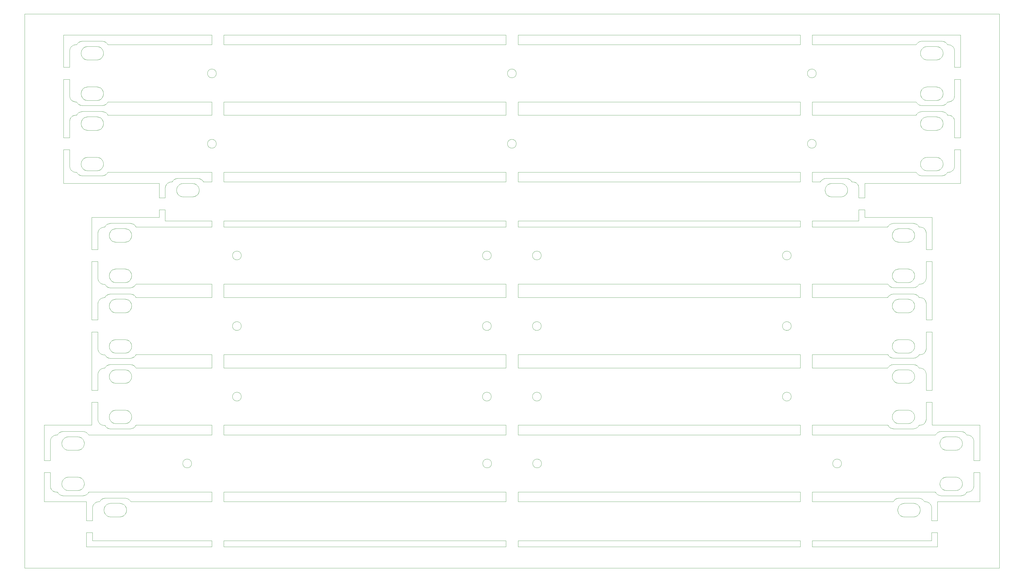
<source format=gbr>
G04 #@! TF.GenerationSoftware,KiCad,Pcbnew,(5.1.0-0)*
G04 #@! TF.CreationDate,2019-05-14T21:28:48-07:00*
G04 #@! TF.ProjectId,InsidePanel,496e7369-6465-4506-916e-656c2e6b6963,rev?*
G04 #@! TF.SameCoordinates,Original*
G04 #@! TF.FileFunction,Profile,NP*
%FSLAX46Y46*%
G04 Gerber Fmt 4.6, Leading zero omitted, Abs format (unit mm)*
G04 Created by KiCad (PCBNEW (5.1.0-0)) date 2019-05-14 21:28:48*
%MOMM*%
%LPD*%
G04 APERTURE LIST*
%ADD10C,0.100000*%
G04 APERTURE END LIST*
D10*
X382904993Y-55948615D02*
X57904994Y-55948615D01*
X57904994Y-240948615D02*
X382904993Y-240948615D01*
X57904994Y-55948615D02*
X57904994Y-240948615D01*
X382904993Y-240948615D02*
X382904993Y-55948615D01*
X121845839Y-75831888D02*
G75*
G03X121845839Y-75831888I-1473200J0D01*
G01*
X121845839Y-99315888D02*
G75*
G03X121845839Y-99315888I-1473200J0D01*
G01*
X321845799Y-75831888D02*
G75*
G03X321845799Y-75831888I-1473200J0D01*
G01*
X221845839Y-75831888D02*
G75*
G03X221845839Y-75831888I-1473200J0D01*
G01*
X321845799Y-99315888D02*
G75*
G03X321845799Y-99315888I-1473200J0D01*
G01*
X221845839Y-99315888D02*
G75*
G03X221845839Y-99315888I-1473200J0D01*
G01*
X130179539Y-136618662D02*
G75*
G03X130179539Y-136618662I-1473200J0D01*
G01*
X213512539Y-136618662D02*
G75*
G03X213512539Y-136618662I-1473200J0D01*
G01*
X230179139Y-136618662D02*
G75*
G03X230179139Y-136618662I-1473200J0D01*
G01*
X313512139Y-136618662D02*
G75*
G03X313512139Y-136618662I-1473200J0D01*
G01*
X130179539Y-160173662D02*
G75*
G03X130179539Y-160173662I-1473200J0D01*
G01*
X213512539Y-160173662D02*
G75*
G03X213512539Y-160173662I-1473200J0D01*
G01*
X230179139Y-160173662D02*
G75*
G03X230179139Y-160173662I-1473200J0D01*
G01*
X313512139Y-160173662D02*
G75*
G03X313512139Y-160173662I-1473200J0D01*
G01*
X345852784Y-169981140D02*
X346346681Y-170475038D01*
X345711664Y-169698922D02*
X345852784Y-169981140D01*
X320513740Y-169698922D02*
X345711664Y-169698922D01*
X320513740Y-174168374D02*
X320513740Y-169698922D01*
X345676373Y-174168374D02*
X320513740Y-174168374D01*
X352379172Y-174732831D02*
X353084728Y-174838660D01*
X349380561Y-174732831D02*
X352379172Y-174732831D01*
X348675006Y-174838660D02*
X349380561Y-174732831D01*
X345817493Y-173886156D02*
X345676373Y-174168374D01*
X346311390Y-173392258D02*
X345817493Y-173886156D01*
X346946386Y-173074771D02*
X346311390Y-173392258D01*
X124331529Y-125057978D02*
X218405007Y-125057978D01*
X124331529Y-127058889D02*
X124331529Y-125057978D01*
X218405007Y-127058889D02*
X124331529Y-127058889D01*
X218405007Y-125057978D02*
X218405007Y-127058889D01*
X124331529Y-108805611D02*
X218405007Y-108805611D01*
X124331529Y-112005200D02*
X124331529Y-108805611D01*
X368977363Y-201497713D02*
X368271807Y-201603542D01*
X369612358Y-201180205D02*
X368977363Y-201497713D01*
X370106256Y-200686329D02*
X369612358Y-201180205D01*
X370423764Y-200051333D02*
X370106256Y-200686329D01*
X370529593Y-199345778D02*
X370423764Y-200051333D01*
X370423764Y-198640222D02*
X370529593Y-199345778D01*
X370106256Y-198005226D02*
X370423764Y-198640222D01*
X369612358Y-197511329D02*
X370106256Y-198005226D01*
X368977363Y-197193842D02*
X369612358Y-197511329D01*
X368271807Y-197088013D02*
X368977363Y-197193842D01*
X365273196Y-197088013D02*
X368271807Y-197088013D01*
X364567640Y-197193842D02*
X365273196Y-197088013D01*
X363932645Y-197511329D02*
X364567640Y-197193842D01*
X363438747Y-198005226D02*
X363932645Y-197511329D01*
X363121239Y-198640222D02*
X363438747Y-198005226D01*
X363015410Y-199345778D02*
X363121239Y-198640222D01*
X354531130Y-189761156D02*
X354636959Y-190466711D01*
X78958739Y-90284799D02*
X81957350Y-90284799D01*
X78253183Y-90390628D02*
X78958739Y-90284799D01*
X77618187Y-90708137D02*
X78253183Y-90390628D01*
X77124290Y-91202012D02*
X77618187Y-90708137D01*
X76806803Y-91837008D02*
X77124290Y-91202012D01*
X76700952Y-92542564D02*
X76806803Y-91837008D01*
X84109307Y-105348393D02*
X84215136Y-106053948D01*
X83791798Y-104713397D02*
X84109307Y-105348393D01*
X83297901Y-104219521D02*
X83791798Y-104713397D01*
X82662905Y-103902012D02*
X83297901Y-104219521D01*
X81957350Y-103796183D02*
X82662905Y-103902012D01*
X78958739Y-103796183D02*
X81957350Y-103796183D01*
X78253183Y-103902012D02*
X78958739Y-103796183D01*
X77618187Y-104219521D02*
X78253183Y-103902012D01*
X67317072Y-215220778D02*
X67881529Y-215502995D01*
X66858465Y-214762171D02*
X67317072Y-215220778D01*
X66576247Y-214197735D02*
X66858465Y-214762171D01*
X66470418Y-213562739D02*
X66576247Y-214197735D01*
X66470418Y-209088831D02*
X66470418Y-213562739D01*
X64470411Y-209088831D02*
X66470418Y-209088831D01*
X64470411Y-205088816D02*
X64470411Y-193253665D01*
X66470418Y-205088816D02*
X64470411Y-205088816D01*
X66470418Y-198569684D02*
X66470418Y-205088816D01*
X66576247Y-197934688D02*
X66470418Y-198569684D01*
X66858465Y-197370231D02*
X66576247Y-197934688D01*
X67317072Y-196911624D02*
X66858465Y-197370231D01*
X67881529Y-196629406D02*
X67317072Y-196911624D01*
X68516525Y-196523577D02*
X67881529Y-196629406D01*
X68834012Y-196523577D02*
X68516525Y-196523577D01*
X68975132Y-196241359D02*
X68834012Y-196523577D01*
X69469029Y-195747483D02*
X68975132Y-196241359D01*
X70104025Y-195429974D02*
X69469029Y-195747483D01*
X70809581Y-195324145D02*
X70104025Y-195429974D01*
X77265410Y-195324145D02*
X70809581Y-195324145D01*
X77970965Y-195429974D02*
X77265410Y-195324145D01*
X78605961Y-195747483D02*
X77970965Y-195429974D01*
X79099858Y-196241359D02*
X78605961Y-195747483D01*
X79240957Y-196523577D02*
X79099858Y-196241359D01*
X120331536Y-196523577D02*
X79240957Y-196523577D01*
X120331536Y-193253665D02*
X120331536Y-196523577D01*
X95027784Y-193253665D02*
X120331536Y-193253665D01*
X94886664Y-193535882D02*
X95027784Y-193253665D01*
X94392788Y-194029780D02*
X94886664Y-193535882D01*
X93757771Y-194347267D02*
X94392788Y-194029780D01*
X93122775Y-194523677D02*
X93757771Y-194347267D01*
X86666946Y-194523677D02*
X93122775Y-194523677D01*
X85961390Y-194417827D02*
X86666946Y-194523677D01*
X85326395Y-194100340D02*
X85961390Y-194417827D01*
X84832497Y-193606442D02*
X85326395Y-194100340D01*
X84691377Y-193324224D02*
X84832497Y-193606442D01*
X84373890Y-193324224D02*
X84691377Y-193324224D01*
X83738895Y-193218395D02*
X84373890Y-193324224D01*
X83174437Y-192936177D02*
X83738895Y-193218395D01*
X82715831Y-192477549D02*
X83174437Y-192936177D01*
X82433613Y-191913113D02*
X82715831Y-192477549D01*
X82327784Y-191278118D02*
X82433613Y-191913113D01*
X82327784Y-185604820D02*
X82327784Y-191278118D01*
X80327776Y-185604820D02*
X82327784Y-185604820D01*
X80327776Y-193253665D02*
X80327776Y-185604820D01*
X64470411Y-193253665D02*
X80327776Y-193253665D01*
X70890971Y-112534367D02*
X70890971Y-101262897D01*
X102799725Y-112534367D02*
X70890971Y-112534367D01*
X102799725Y-117319454D02*
X102799725Y-112534367D01*
X104799732Y-117319454D02*
X102799725Y-117319454D01*
X104799732Y-114051328D02*
X104799732Y-117319454D01*
X104905561Y-113416311D02*
X104799732Y-114051328D01*
X105152510Y-112887144D02*
X104905561Y-113416311D01*
X105611117Y-112428538D02*
X105152510Y-112887144D01*
X106175553Y-112146320D02*
X105611117Y-112428538D01*
X106810548Y-112040491D02*
X106175553Y-112146320D01*
X107128057Y-112040491D02*
X106810548Y-112040491D01*
X107269177Y-111722982D02*
X107128057Y-112040491D01*
X107763053Y-111229106D02*
X107269177Y-111722982D01*
X108398048Y-110911598D02*
X107763053Y-111229106D01*
X109103604Y-110805769D02*
X108398048Y-110911598D01*
X115524164Y-110805769D02*
X109103604Y-110805769D01*
X116229719Y-110911598D02*
X115524164Y-110805769D01*
X116864715Y-111229106D02*
X116229719Y-110911598D01*
X117358613Y-111722982D02*
X116864715Y-111229106D01*
X117499732Y-112005200D02*
X117358613Y-111722982D01*
X120331536Y-112005200D02*
X117499732Y-112005200D01*
X120331536Y-108805611D02*
X120331536Y-112005200D01*
X85661516Y-108805611D02*
X120331536Y-108805611D01*
X85520418Y-109087829D02*
X85661516Y-108805611D01*
X85026521Y-109581726D02*
X85520418Y-109087829D01*
X84391525Y-109899213D02*
X85026521Y-109581726D01*
X83685969Y-110005042D02*
X84391525Y-109899213D01*
X77230119Y-110005042D02*
X83685969Y-110005042D01*
X76524563Y-109899213D02*
X77230119Y-110005042D01*
X75889568Y-109581726D02*
X76524563Y-109899213D01*
X75395692Y-109087829D02*
X75889568Y-109581726D01*
X75254572Y-108805611D02*
X75395692Y-109087829D01*
X74937063Y-108805611D02*
X75254572Y-108805611D01*
X74302068Y-108699782D02*
X74937063Y-108805611D01*
X73737632Y-108417564D02*
X74302068Y-108699782D01*
X354213621Y-189126160D02*
X354531130Y-189761156D01*
X353719724Y-188632284D02*
X354213621Y-189126160D01*
X353084728Y-188314776D02*
X353719724Y-188632284D01*
X352379172Y-188208947D02*
X353084728Y-188314776D01*
X349380561Y-188208947D02*
X352379172Y-188208947D01*
X348675006Y-188314776D02*
X349380561Y-188208947D01*
X348040010Y-188632284D02*
X348675006Y-188314776D01*
X347546113Y-189126160D02*
X348040010Y-188632284D01*
X347228604Y-189761156D02*
X347546113Y-189126160D01*
X347122775Y-190466711D02*
X347228604Y-189761156D01*
X347228604Y-191172267D02*
X347122775Y-190466711D01*
X347546113Y-191807284D02*
X347228604Y-191172267D01*
X348040010Y-192301160D02*
X347546113Y-191807284D01*
X348675006Y-192618669D02*
X348040010Y-192301160D01*
X349380561Y-192724498D02*
X348675006Y-192618669D01*
X352379172Y-192724498D02*
X349380561Y-192724498D01*
X94886664Y-146426398D02*
X95027784Y-146144180D01*
X94392788Y-146920295D02*
X94886664Y-146426398D01*
X93757771Y-147237782D02*
X94392788Y-146920295D01*
X93122775Y-147414193D02*
X93757771Y-147237782D01*
X86666946Y-147414193D02*
X93122775Y-147414193D01*
X85961390Y-147308364D02*
X86666946Y-147414193D01*
X85326395Y-146990855D02*
X85961390Y-147308364D01*
X84832497Y-146496979D02*
X85326395Y-146990855D01*
X84691377Y-146214740D02*
X84832497Y-146496979D01*
X84373890Y-146214740D02*
X84691377Y-146214740D01*
X83738895Y-146108911D02*
X84373890Y-146214740D01*
X83174437Y-145826693D02*
X83738895Y-146108911D01*
X82715831Y-145368086D02*
X83174437Y-145826693D01*
X82433613Y-144803629D02*
X82715831Y-145368086D01*
X82327784Y-144168633D02*
X82433613Y-144803629D01*
X82327784Y-138636822D02*
X82327784Y-144168633D01*
X104799732Y-125057978D02*
X120331536Y-125057978D01*
X104799732Y-121319446D02*
X104799732Y-125057978D01*
X102799725Y-121319446D02*
X104799732Y-121319446D01*
X102799725Y-123849481D02*
X102799725Y-121319446D01*
X80327776Y-123849481D02*
X102799725Y-123849481D01*
X80327776Y-134636829D02*
X80327776Y-123849481D01*
X82327784Y-134636829D02*
X80327776Y-134636829D01*
X82327784Y-129175577D02*
X82327784Y-134636829D01*
X222405000Y-193253665D02*
X316513748Y-193253665D01*
X222405000Y-196523577D02*
X222405000Y-193253665D01*
X316513748Y-218807466D02*
X222405000Y-218807466D01*
X316513748Y-174168374D02*
X222405000Y-174168374D01*
X316513748Y-169698922D02*
X316513748Y-174168374D01*
X222405000Y-169698922D02*
X316513748Y-169698922D01*
X222405000Y-174168374D02*
X222405000Y-169698922D01*
X316513748Y-196523577D02*
X222405000Y-196523577D01*
X316513748Y-193253665D02*
X316513748Y-196523577D01*
X316513748Y-215608825D02*
X316513748Y-218807466D01*
X222405000Y-215608825D02*
X316513748Y-215608825D01*
X222405000Y-218807466D02*
X222405000Y-215608825D01*
X124331529Y-193253665D02*
X218405007Y-193253665D01*
X124331529Y-196523577D02*
X124331529Y-193253665D01*
X218405007Y-196523577D02*
X124331529Y-196523577D01*
X218405007Y-193253665D02*
X218405007Y-196523577D01*
X93510822Y-176285040D02*
X93616672Y-176990596D01*
X93193335Y-175650045D02*
X93510822Y-176285040D01*
X82433613Y-128540582D02*
X82327784Y-129175577D01*
X82715831Y-127976124D02*
X82433613Y-128540582D01*
X83174437Y-127517518D02*
X82715831Y-127976124D01*
X83738895Y-127235300D02*
X83174437Y-127517518D01*
X84338600Y-127058889D02*
X83738895Y-127235300D01*
X362521512Y-71210403D02*
X361815957Y-71316232D01*
X363156508Y-70892895D02*
X362521512Y-71210403D01*
X363650405Y-70399019D02*
X363156508Y-70892895D01*
X363967914Y-69764023D02*
X363650405Y-70399019D01*
X364073743Y-69058467D02*
X363967914Y-69764023D01*
X363967914Y-68352912D02*
X364073743Y-69058467D01*
X363650405Y-67717916D02*
X363967914Y-68352912D01*
X363156508Y-67224019D02*
X363650405Y-67717916D01*
X362521512Y-66906532D02*
X363156508Y-67224019D01*
X361815957Y-66800703D02*
X362521512Y-66906532D01*
X358817345Y-66800703D02*
X361815957Y-66800703D01*
X358111790Y-66906532D02*
X358817345Y-66800703D01*
X357476794Y-67224019D02*
X358111790Y-66906532D01*
X356982897Y-67717916D02*
X357476794Y-67224019D01*
X356665388Y-68352912D02*
X356982897Y-67717916D01*
X356559559Y-69058467D02*
X356665388Y-68352912D01*
X369919036Y-97262883D02*
X367919029Y-97262883D01*
X369919036Y-77778887D02*
X369919036Y-97262883D01*
X367919029Y-77778887D02*
X369919036Y-77778887D01*
X367919029Y-83275408D02*
X367919029Y-77778887D01*
X367813200Y-83910403D02*
X367919029Y-83275408D01*
X367530982Y-84474861D02*
X367813200Y-83910403D01*
X367072376Y-84933467D02*
X367530982Y-84474861D01*
X366507940Y-85215685D02*
X367072376Y-84933467D01*
X365872944Y-85321514D02*
X366507940Y-85215685D01*
X365555435Y-85321514D02*
X365872944Y-85321514D01*
X365414316Y-85603732D02*
X365555435Y-85321514D01*
X364920418Y-86097608D02*
X365414316Y-85603732D01*
X364285422Y-86415117D02*
X364920418Y-86097608D01*
X363579867Y-86520946D02*
X364285422Y-86415117D01*
X357124038Y-86520946D02*
X363579867Y-86520946D01*
X356418482Y-86415117D02*
X357124038Y-86520946D01*
X355783487Y-86097608D02*
X356418482Y-86415117D01*
X355289589Y-85603732D02*
X355783487Y-86097608D01*
X355148469Y-85321514D02*
X355289589Y-85603732D01*
X320513740Y-85321514D02*
X355148469Y-85321514D01*
X320513740Y-89720363D02*
X320513740Y-85321514D01*
X355148469Y-89720363D02*
X320513740Y-89720363D01*
X355289589Y-89438145D02*
X355148469Y-89720363D01*
X355783487Y-88944269D02*
X355289589Y-89438145D01*
X356418482Y-88626761D02*
X355783487Y-88944269D01*
X357124038Y-88520932D02*
X356418482Y-88626761D01*
X363579867Y-88520932D02*
X357124038Y-88520932D01*
X364285422Y-88626761D02*
X363579867Y-88520932D01*
X364920418Y-88944269D02*
X364285422Y-88626761D01*
X365414316Y-89438145D02*
X364920418Y-88944269D01*
X365555435Y-89720363D02*
X365414316Y-89438145D01*
X365872944Y-89720363D02*
X365555435Y-89720363D01*
X366507940Y-89826192D02*
X365872944Y-89720363D01*
X367072376Y-90108410D02*
X366507940Y-89826192D01*
X367530982Y-90567017D02*
X367072376Y-90108410D01*
X367813200Y-91131474D02*
X367530982Y-90567017D01*
X367919029Y-91766470D02*
X367813200Y-91131474D01*
X367919029Y-97262883D02*
X367919029Y-91766470D01*
X369919036Y-112534367D02*
X338010261Y-112534367D01*
X369919036Y-101262897D02*
X369919036Y-112534367D01*
X367919029Y-101262897D02*
X369919036Y-101262897D01*
X367919029Y-106759525D02*
X367919029Y-101262897D01*
X367813200Y-107394521D02*
X367919029Y-106759525D01*
X367530982Y-107958957D02*
X367813200Y-107394521D01*
X367072376Y-108417564D02*
X367530982Y-107958957D01*
X366507940Y-108699782D02*
X367072376Y-108417564D01*
X365872944Y-108805611D02*
X366507940Y-108699782D01*
X365555435Y-108805611D02*
X365872944Y-108805611D01*
X365414316Y-109087829D02*
X365555435Y-108805611D01*
X364920418Y-109581726D02*
X365414316Y-109087829D01*
X364285422Y-109899213D02*
X364920418Y-109581726D01*
X363579867Y-110005042D02*
X364285422Y-109899213D01*
X357124038Y-110005042D02*
X363579867Y-110005042D01*
X356418482Y-109899213D02*
X357124038Y-110005042D01*
X355783487Y-109581726D02*
X356418482Y-109899213D01*
X355289589Y-109087829D02*
X355783487Y-109581726D01*
X355148469Y-108805611D02*
X355289589Y-109087829D01*
X320513740Y-108805611D02*
X355148469Y-108805611D01*
X320513740Y-112005200D02*
X320513740Y-108805611D01*
X323239715Y-112005200D02*
X320513740Y-112005200D01*
X323380835Y-111722982D02*
X323239715Y-112005200D01*
X323874732Y-111229106D02*
X323380835Y-111722982D01*
X324509728Y-110911598D02*
X323874732Y-111229106D01*
X325215284Y-110805769D02*
X324509728Y-110911598D01*
X331671113Y-110805769D02*
X325215284Y-110805769D01*
X332376668Y-110911598D02*
X331671113Y-110805769D01*
X333011664Y-111229106D02*
X332376668Y-110911598D01*
X333505561Y-111722982D02*
X333011664Y-111229106D01*
X333646681Y-112005200D02*
X333505561Y-111722982D01*
X333964190Y-112005200D02*
X333646681Y-112005200D01*
X334599185Y-112111051D02*
X333964190Y-112005200D01*
X335163621Y-112393269D02*
X334599185Y-112111051D01*
X335622228Y-112851875D02*
X335163621Y-112393269D01*
X335904446Y-113416311D02*
X335622228Y-112851875D01*
X336010275Y-114051328D02*
X335904446Y-113416311D01*
X335975006Y-114051328D02*
X336010275Y-114051328D01*
X335975006Y-117319454D02*
X335975006Y-114051328D01*
X338010261Y-117319454D02*
X335975006Y-117319454D01*
X338010261Y-112534367D02*
X338010261Y-117319454D01*
X360482209Y-134636829D02*
X358482224Y-134636829D01*
X360482209Y-123849481D02*
X360482209Y-134636829D01*
X338010261Y-123849481D02*
X360482209Y-123849481D01*
X338010261Y-121319446D02*
X338010261Y-123849481D01*
X335975006Y-121319446D02*
X338010261Y-121319446D01*
X335975006Y-125057978D02*
X335975006Y-121319446D01*
X320513740Y-125057978D02*
X335975006Y-125057978D01*
X320513740Y-127058889D02*
X320513740Y-125057978D01*
X345676373Y-127058889D02*
X320513740Y-127058889D01*
X345817493Y-126776671D02*
X345676373Y-127058889D01*
X346311390Y-126282774D02*
X345817493Y-126776671D01*
X346946386Y-125965287D02*
X346311390Y-126282774D01*
X347651942Y-125859458D02*
X346946386Y-125965287D01*
X354107771Y-125859458D02*
X347651942Y-125859458D01*
X354813326Y-125965287D02*
X354107771Y-125859458D01*
X355448322Y-126282774D02*
X354813326Y-125965287D01*
X355942219Y-126776671D02*
X355448322Y-126282774D01*
X356083339Y-127058889D02*
X355942219Y-126776671D01*
X356436138Y-127058889D02*
X356083339Y-127058889D01*
X357071134Y-127164718D02*
X356436138Y-127058889D01*
X357635570Y-127446958D02*
X357071134Y-127164718D01*
X358094177Y-127905565D02*
X357635570Y-127446958D01*
X358376395Y-128470000D02*
X358094177Y-127905565D01*
X358482224Y-129105018D02*
X358376395Y-128470000D01*
X358482224Y-134636829D02*
X358482224Y-129105018D01*
X360482209Y-158120818D02*
X358482224Y-158120818D01*
X360482209Y-138636822D02*
X360482209Y-158120818D01*
X358482224Y-138636822D02*
X360482209Y-138636822D01*
X358482224Y-144098073D02*
X358482224Y-138636822D01*
X358376395Y-144733069D02*
X358482224Y-144098073D01*
X358094177Y-145297505D02*
X358376395Y-144733069D01*
X357635570Y-145756133D02*
X358094177Y-145297505D01*
X357071134Y-146038351D02*
X357635570Y-145756133D01*
X356436138Y-146144180D02*
X357071134Y-146038351D01*
X356118630Y-146144180D02*
X356436138Y-146144180D01*
X355977510Y-146426398D02*
X356118630Y-146144180D01*
X355483613Y-146920295D02*
X355977510Y-146426398D01*
X354848617Y-147237782D02*
X355483613Y-146920295D01*
X354143061Y-147343633D02*
X354848617Y-147237782D01*
X347687232Y-147343633D02*
X354143061Y-147343633D01*
X346981677Y-147237782D02*
X347687232Y-147343633D01*
X346346681Y-146920295D02*
X346981677Y-147237782D01*
X345852784Y-146426398D02*
X346346681Y-146920295D01*
X345711664Y-146144180D02*
X345852784Y-146426398D01*
X320513740Y-146144180D02*
X345711664Y-146144180D01*
X320513740Y-150613632D02*
X320513740Y-146144180D01*
X345676373Y-150613632D02*
X320513740Y-150613632D01*
X345817493Y-150331414D02*
X345676373Y-150613632D01*
X346311390Y-149837516D02*
X345817493Y-150331414D01*
X346946386Y-149520029D02*
X346311390Y-149837516D01*
X347651942Y-149414200D02*
X346946386Y-149520029D01*
X354107771Y-149414200D02*
X347651942Y-149414200D01*
X354813326Y-149520029D02*
X354107771Y-149414200D01*
X355448322Y-149837516D02*
X354813326Y-149520029D01*
X355942219Y-150331414D02*
X355448322Y-149837516D01*
X356083339Y-150613632D02*
X355942219Y-150331414D01*
X356436138Y-150613632D02*
X356083339Y-150613632D01*
X357071134Y-150719461D02*
X356436138Y-150613632D01*
X357635570Y-151001700D02*
X357071134Y-150719461D01*
X358094177Y-151460307D02*
X357635570Y-151001700D01*
X358376395Y-152024743D02*
X358094177Y-151460307D01*
X358482224Y-152659760D02*
X358376395Y-152024743D01*
X358482224Y-158120818D02*
X358482224Y-152659760D01*
X358482224Y-176214481D02*
X358376395Y-175579485D01*
X358482224Y-181604828D02*
X358482224Y-176214481D01*
X360482209Y-181604828D02*
X358482224Y-181604828D01*
X360482209Y-162120810D02*
X360482209Y-181604828D01*
X358482224Y-162120810D02*
X360482209Y-162120810D01*
X358482224Y-167652815D02*
X358482224Y-162120810D01*
X358376395Y-168287811D02*
X358482224Y-167652815D01*
X358094177Y-168852247D02*
X358376395Y-168287811D01*
X357635570Y-169310875D02*
X358094177Y-168852247D01*
X357071134Y-169593093D02*
X357635570Y-169310875D01*
X356436138Y-169698922D02*
X357071134Y-169593093D01*
X356118630Y-169698922D02*
X356436138Y-169698922D01*
X355977510Y-169981140D02*
X356118630Y-169698922D01*
X355483613Y-170475038D02*
X355977510Y-169981140D01*
X354848617Y-170792525D02*
X355483613Y-170475038D01*
X354143061Y-170898375D02*
X354848617Y-170792525D01*
X347687232Y-170898375D02*
X354143061Y-170898375D01*
X346981677Y-170792525D02*
X347687232Y-170898375D01*
X346346681Y-170475038D02*
X346981677Y-170792525D01*
X347651942Y-172968921D02*
X346946386Y-173074771D01*
X354107771Y-172968921D02*
X347651942Y-172968921D01*
X354813326Y-173074771D02*
X354107771Y-172968921D01*
X355448322Y-173392258D02*
X354813326Y-173074771D01*
X355942219Y-173886156D02*
X355448322Y-173392258D01*
X356083339Y-174168374D02*
X355942219Y-173886156D01*
X356436138Y-174168374D02*
X356083339Y-174168374D01*
X357071134Y-174274203D02*
X356436138Y-174168374D01*
X357635570Y-174556421D02*
X357071134Y-174274203D01*
X358094177Y-175015049D02*
X357635570Y-174556421D01*
X358376395Y-175579485D02*
X358094177Y-175015049D01*
X347228604Y-177696152D02*
X347122775Y-176990596D01*
X347546113Y-178331169D02*
X347228604Y-177696152D01*
X348040010Y-178825045D02*
X347546113Y-178331169D01*
X348675006Y-179142553D02*
X348040010Y-178825045D01*
X349380561Y-179248382D02*
X348675006Y-179142553D01*
X352379172Y-179248382D02*
X349380561Y-179248382D01*
X353084728Y-179142553D02*
X352379172Y-179248382D01*
X353719724Y-178825045D02*
X353084728Y-179142553D01*
X354213621Y-178331169D02*
X353719724Y-178825045D01*
X354531130Y-177696152D02*
X354213621Y-178331169D01*
X354636959Y-176990596D02*
X354531130Y-177696152D01*
X354531130Y-176285040D02*
X354636959Y-176990596D01*
X354213621Y-175650045D02*
X354531130Y-176285040D01*
X353719724Y-175156169D02*
X354213621Y-175650045D01*
X353084728Y-174838660D02*
X353719724Y-175156169D01*
X82327784Y-181604828D02*
X80327776Y-181604828D01*
X82327784Y-176285062D02*
X82327784Y-181604828D01*
X82433613Y-175650045D02*
X82327784Y-176285062D01*
X82715831Y-175085609D02*
X82433613Y-175650045D01*
X83174437Y-174627002D02*
X82715831Y-175085609D01*
X83738895Y-174344763D02*
X83174437Y-174627002D01*
X84338600Y-174168374D02*
X83738895Y-174344763D01*
X84656108Y-174168374D02*
X84338600Y-174168374D01*
X84797228Y-173886156D02*
X84656108Y-174168374D01*
X85291104Y-173392258D02*
X84797228Y-173886156D01*
X85926100Y-173074771D02*
X85291104Y-173392258D01*
X86631655Y-172968921D02*
X85926100Y-173074771D01*
X93052215Y-172968921D02*
X86631655Y-172968921D01*
X93757771Y-173074771D02*
X93052215Y-172968921D01*
X94392766Y-173392258D02*
X93757771Y-173074771D01*
X94886664Y-173886156D02*
X94392766Y-173392258D01*
X95027784Y-174168374D02*
X94886664Y-173886156D01*
X120331536Y-174168374D02*
X95027784Y-174168374D01*
X120331536Y-169698922D02*
X120331536Y-174168374D01*
X95027784Y-169698922D02*
X120331536Y-169698922D01*
X94886664Y-169981140D02*
X95027784Y-169698922D01*
X94392788Y-170475038D02*
X94886664Y-169981140D01*
X93757771Y-170792525D02*
X94392788Y-170475038D01*
X93122775Y-170968935D02*
X93757771Y-170792525D01*
X86666946Y-170968935D02*
X93122775Y-170968935D01*
X85961390Y-170863106D02*
X86666946Y-170968935D01*
X85326395Y-170545598D02*
X85961390Y-170863106D01*
X84832497Y-170051722D02*
X85326395Y-170545598D01*
X84691377Y-169769482D02*
X84832497Y-170051722D01*
X84373890Y-169769482D02*
X84691377Y-169769482D01*
X83738895Y-169663653D02*
X84373890Y-169769482D01*
X83174437Y-169381435D02*
X83738895Y-169663653D01*
X82715831Y-168922828D02*
X83174437Y-169381435D01*
X82433613Y-168358371D02*
X82715831Y-168922828D01*
X82327784Y-167723375D02*
X82433613Y-168358371D01*
X82327784Y-162120810D02*
X82327784Y-167723375D01*
X80327776Y-138636822D02*
X82327784Y-138636822D01*
X80327776Y-158120818D02*
X80327776Y-138636822D01*
X82327784Y-158120818D02*
X80327776Y-158120818D01*
X82327784Y-152730320D02*
X82327784Y-158120818D01*
X82433613Y-152095324D02*
X82327784Y-152730320D01*
X82715831Y-151530867D02*
X82433613Y-152095324D01*
X83174437Y-151072260D02*
X82715831Y-151530867D01*
X83738895Y-150790042D02*
X83174437Y-151072260D01*
X84338600Y-150613632D02*
X83738895Y-150790042D01*
X84656108Y-150613632D02*
X84338600Y-150613632D01*
X84797228Y-150331414D02*
X84656108Y-150613632D01*
X85291104Y-149837516D02*
X84797228Y-150331414D01*
X85926100Y-149520029D02*
X85291104Y-149837516D01*
X86631655Y-149414200D02*
X85926100Y-149520029D01*
X93052215Y-149414200D02*
X86631655Y-149414200D01*
X93757771Y-149520029D02*
X93052215Y-149414200D01*
X94392766Y-149837516D02*
X93757771Y-149520029D01*
X94886664Y-150331414D02*
X94392766Y-149837516D01*
X95027784Y-150613632D02*
X94886664Y-150331414D01*
X120331536Y-150613632D02*
X95027784Y-150613632D01*
X120331536Y-146144180D02*
X120331536Y-150613632D01*
X95027784Y-146144180D02*
X120331536Y-146144180D01*
X86208339Y-177696152D02*
X86102489Y-176990596D01*
X86525826Y-178331169D02*
X86208339Y-177696152D01*
X87019724Y-178825045D02*
X86525826Y-178331169D01*
X87654719Y-179142553D02*
X87019724Y-178825045D01*
X88360275Y-179248382D02*
X87654719Y-179142553D01*
X91358886Y-179248382D02*
X88360275Y-179248382D01*
X92064442Y-179142553D02*
X91358886Y-179248382D01*
X92699437Y-178825045D02*
X92064442Y-179142553D01*
X93193335Y-178331169D02*
X92699437Y-178825045D01*
X93510822Y-177696152D02*
X93193335Y-178331169D01*
X93616672Y-176990596D02*
X93510822Y-177696152D01*
X80327776Y-162120810D02*
X82327784Y-162120810D01*
X80327776Y-181604828D02*
X80327776Y-162120810D01*
X368977363Y-214973829D02*
X368271807Y-215079658D01*
X369612358Y-214656320D02*
X368977363Y-214973829D01*
X370106256Y-214162444D02*
X369612358Y-214656320D01*
X370423764Y-213527449D02*
X370106256Y-214162444D01*
X370529593Y-212821893D02*
X370423764Y-213527449D01*
X363121239Y-200051333D02*
X363015410Y-199345778D01*
X363438747Y-200686329D02*
X363121239Y-200051333D01*
X363932645Y-201180205D02*
X363438747Y-200686329D01*
X92699437Y-175156169D02*
X93193335Y-175650045D01*
X92064442Y-174838660D02*
X92699437Y-175156169D01*
X91358886Y-174732831D02*
X92064442Y-174838660D01*
X88360275Y-174732831D02*
X91358886Y-174732831D01*
X87654719Y-174838660D02*
X88360275Y-174732831D01*
X87019724Y-175156169D02*
X87654719Y-174838660D01*
X86525826Y-175650045D02*
X87019724Y-175156169D01*
X86208339Y-176285040D02*
X86525826Y-175650045D01*
X86102489Y-176990596D02*
X86208339Y-176285040D01*
X348040010Y-175156169D02*
X348675006Y-174838660D01*
X347546113Y-175650045D02*
X348040010Y-175156169D01*
X347228604Y-176285040D02*
X347546113Y-175650045D01*
X347122775Y-176990596D02*
X347228604Y-176285040D01*
X320513740Y-231860223D02*
X360263747Y-231860223D01*
X320513740Y-233860230D02*
X320513740Y-231860223D01*
X362263733Y-233860230D02*
X320513740Y-233860230D01*
X316513748Y-233860230D02*
X222405000Y-233860230D01*
X316513748Y-231860223D02*
X316513748Y-233860230D01*
X222405000Y-231860223D02*
X316513748Y-231860223D01*
X222405000Y-233860230D02*
X222405000Y-231860223D01*
X218405007Y-233860230D02*
X124331529Y-233860230D01*
X218405007Y-231860223D02*
X218405007Y-233860230D01*
X124331529Y-231860223D02*
X218405007Y-231860223D01*
X124331529Y-233860230D02*
X124331529Y-231860223D01*
X120331536Y-233860230D02*
X78546253Y-233860230D01*
X120331536Y-231860223D02*
X120331536Y-233860230D01*
X80546260Y-231860223D02*
X120331536Y-231860223D01*
X80546260Y-229115343D02*
X80546260Y-231860223D01*
X78546253Y-229115343D02*
X80546260Y-229115343D01*
X78546253Y-233860230D02*
X78546253Y-229115343D01*
X84462085Y-222299932D02*
X84356256Y-221594376D01*
X84779593Y-222934928D02*
X84462085Y-222299932D01*
X85273491Y-223428825D02*
X84779593Y-222934928D01*
X85908487Y-223746334D02*
X85273491Y-223428825D01*
X86614042Y-223852163D02*
X85908487Y-223746334D01*
X89612653Y-223852163D02*
X86614042Y-223852163D01*
X90318209Y-223746334D02*
X89612653Y-223852163D01*
X90953205Y-223428825D02*
X90318209Y-223746334D01*
X91447102Y-222934928D02*
X90953205Y-223428825D01*
X91764589Y-222299932D02*
X91447102Y-222934928D01*
X91870440Y-221594376D02*
X91764589Y-222299932D01*
X91764589Y-220888821D02*
X91870440Y-221594376D01*
X91447102Y-220253825D02*
X91764589Y-220888821D01*
X90953205Y-219759928D02*
X91447102Y-220253825D01*
X90318209Y-219442419D02*
X90953205Y-219759928D01*
X78546253Y-225115329D02*
X78546253Y-218807466D01*
X80546260Y-225115329D02*
X78546253Y-225115329D01*
X80546260Y-220853552D02*
X80546260Y-225115329D01*
X80652089Y-220218556D02*
X80546260Y-220853552D01*
X80934307Y-219654120D02*
X80652089Y-220218556D01*
X81392935Y-219195513D02*
X80934307Y-219654120D01*
X81957371Y-218913296D02*
X81392935Y-219195513D01*
X70703752Y-198005226D02*
X71197627Y-197511329D01*
X70386243Y-198640222D02*
X70703752Y-198005226D01*
X70280414Y-199345778D02*
X70386243Y-198640222D01*
X77688747Y-212116337D02*
X77794576Y-212821893D01*
X77371239Y-211481342D02*
X77688747Y-212116337D01*
X76877363Y-210987444D02*
X77371239Y-211481342D01*
X76242345Y-210669957D02*
X76877363Y-210987444D01*
X108997775Y-116132704D02*
X108680288Y-115497709D01*
X109491672Y-116626602D02*
X108997775Y-116132704D01*
X110126668Y-116944089D02*
X109491672Y-116626602D01*
X110832224Y-117049939D02*
X110126668Y-116944089D01*
X113795566Y-117049939D02*
X110832224Y-117049939D01*
X114501121Y-116944089D02*
X113795566Y-117049939D01*
X115136117Y-116626602D02*
X114501121Y-116944089D01*
X115665284Y-116132704D02*
X115136117Y-116626602D01*
X115982771Y-115497709D02*
X115665284Y-116132704D01*
X116088621Y-114792153D02*
X115982771Y-115497709D01*
X115982771Y-114086598D02*
X116088621Y-114792153D01*
X115665284Y-113451602D02*
X115982771Y-114086598D01*
X115171386Y-112957704D02*
X115665284Y-113451602D01*
X114536390Y-112640217D02*
X115171386Y-112957704D01*
X113830835Y-112534367D02*
X114536390Y-112640217D01*
X110832224Y-112534367D02*
X113830835Y-112534367D01*
X110126668Y-112640217D02*
X110832224Y-112534367D01*
X109491672Y-112957704D02*
X110126668Y-112640217D01*
X108997775Y-113451602D02*
X109491672Y-112957704D01*
X108680288Y-114086598D02*
X108997775Y-113451602D01*
X108574437Y-114792153D02*
X108680288Y-114086598D01*
X93510822Y-189761156D02*
X93616672Y-190466711D01*
X93193335Y-189126160D02*
X93510822Y-189761156D01*
X92699437Y-188632284D02*
X93193335Y-189126160D01*
X92064442Y-188314776D02*
X92699437Y-188632284D01*
X91358886Y-188208947D02*
X92064442Y-188314776D01*
X88360275Y-188208947D02*
X91358886Y-188208947D01*
X87654719Y-188314776D02*
X88360275Y-188208947D01*
X87019724Y-188632284D02*
X87654719Y-188314776D01*
X86525826Y-189126160D02*
X87019724Y-188632284D01*
X86208339Y-189761156D02*
X86525826Y-189126160D01*
X86102489Y-190466711D02*
X86208339Y-189761156D01*
X86208339Y-191172267D02*
X86102489Y-190466711D01*
X86525826Y-191807284D02*
X86208339Y-191172267D01*
X87019724Y-192301160D02*
X86525826Y-191807284D01*
X87654719Y-192618669D02*
X87019724Y-192301160D01*
X88360275Y-192724498D02*
X87654719Y-192618669D01*
X91358886Y-192724498D02*
X88360275Y-192724498D01*
X92064442Y-192618669D02*
X91358886Y-192724498D01*
X92699437Y-192301160D02*
X92064442Y-192618669D01*
X93193335Y-191807284D02*
X92699437Y-192301160D01*
X93510822Y-191172267D02*
X93193335Y-191807284D01*
X93616672Y-190466711D02*
X93510822Y-191172267D01*
X70386243Y-200051333D02*
X70280414Y-199345778D01*
X70703752Y-200686329D02*
X70386243Y-200051333D01*
X71197627Y-201180205D02*
X70703752Y-200686329D01*
X71832623Y-201497713D02*
X71197627Y-201180205D01*
X72538179Y-201603542D02*
X71832623Y-201497713D01*
X75536790Y-201603542D02*
X72538179Y-201603542D01*
X76242345Y-201497713D02*
X75536790Y-201603542D01*
X76877363Y-201180205D02*
X76242345Y-201497713D01*
X77371239Y-200686329D02*
X76877363Y-201180205D01*
X77688747Y-200051333D02*
X77371239Y-200686329D01*
X77794576Y-199345778D02*
X77688747Y-200051333D01*
X77688747Y-198640222D02*
X77794576Y-199345778D01*
X77371239Y-198005226D02*
X77688747Y-198640222D01*
X76877363Y-197511329D02*
X77371239Y-198005226D01*
X76242345Y-197193842D02*
X76877363Y-197511329D01*
X75536790Y-197088013D02*
X76242345Y-197193842D01*
X72538179Y-197088013D02*
X75536790Y-197088013D01*
X71832623Y-197193842D02*
X72538179Y-197088013D01*
X71197627Y-197511329D02*
X71832623Y-197193842D01*
X353084728Y-192618669D02*
X352379172Y-192724498D01*
X353719724Y-192301160D02*
X353084728Y-192618669D01*
X354213621Y-191807284D02*
X353719724Y-192301160D01*
X354531130Y-191172267D02*
X354213621Y-191807284D01*
X354636959Y-190466711D02*
X354531130Y-191172267D01*
X320513740Y-63037000D02*
X369919036Y-63037000D01*
X320513740Y-66236267D02*
X320513740Y-63037000D01*
X355148469Y-66236267D02*
X320513740Y-66236267D01*
X355289589Y-65954049D02*
X355148469Y-66236267D01*
X355783487Y-65460151D02*
X355289589Y-65954049D01*
X356418482Y-65142664D02*
X355783487Y-65460151D01*
X357124038Y-65036835D02*
X356418482Y-65142664D01*
X363579867Y-65036835D02*
X357124038Y-65036835D01*
X364285422Y-65142664D02*
X363579867Y-65036835D01*
X376339575Y-209088831D02*
X376339575Y-218807466D01*
X374339589Y-209088831D02*
X376339575Y-209088831D01*
X374339589Y-213562739D02*
X374339589Y-209088831D01*
X374233760Y-214197735D02*
X374339589Y-213562739D01*
X373951542Y-214762171D02*
X374233760Y-214197735D01*
X373492935Y-215220778D02*
X373951542Y-214762171D01*
X372928500Y-215502995D02*
X373492935Y-215220778D01*
X372293504Y-215608825D02*
X372928500Y-215502995D01*
X371975995Y-215608825D02*
X372293504Y-215608825D01*
X371834876Y-215891042D02*
X371975995Y-215608825D01*
X371340978Y-216384940D02*
X371834876Y-215891042D01*
X370705982Y-216702427D02*
X371340978Y-216384940D01*
X367813200Y-67647356D02*
X367530982Y-67082921D01*
X367919029Y-68282352D02*
X367813200Y-67647356D01*
X367919029Y-73778894D02*
X367919029Y-68282352D01*
X369919036Y-73778894D02*
X367919029Y-73778894D01*
X369919036Y-63037000D02*
X369919036Y-73778894D01*
X85273491Y-219759928D02*
X85908487Y-219442419D01*
X84779593Y-220253825D02*
X85273491Y-219759928D01*
X84462085Y-220888821D02*
X84779593Y-220253825D01*
X84356256Y-221594376D02*
X84462085Y-220888821D01*
X64470411Y-218807466D02*
X64470411Y-209088831D01*
X78546253Y-218807466D02*
X64470411Y-218807466D01*
X89612653Y-219336590D02*
X90318209Y-219442419D01*
X86614042Y-219336590D02*
X89612653Y-219336590D01*
X85908487Y-219442419D02*
X86614042Y-219336590D01*
X376339575Y-193253665D02*
X376339575Y-205088816D01*
X360482209Y-193253665D02*
X376339575Y-193253665D01*
X360482209Y-185604820D02*
X360482209Y-193253665D01*
X358482224Y-185604820D02*
X360482209Y-185604820D01*
X358482224Y-191207536D02*
X358482224Y-185604820D01*
X358376395Y-191842553D02*
X358482224Y-191207536D01*
X358094177Y-192406989D02*
X358376395Y-191842553D01*
X357635570Y-192865596D02*
X358094177Y-192406989D01*
X357071134Y-193147835D02*
X357635570Y-192865596D01*
X356436138Y-193253665D02*
X357071134Y-193147835D01*
X356118630Y-193253665D02*
X356436138Y-193253665D01*
X355977510Y-193535882D02*
X356118630Y-193253665D01*
X355483613Y-194029780D02*
X355977510Y-193535882D01*
X354848617Y-194347267D02*
X355483613Y-194029780D01*
X354143061Y-194453096D02*
X354848617Y-194347267D01*
X347687232Y-194453096D02*
X354143061Y-194453096D01*
X346981677Y-194347267D02*
X347687232Y-194453096D01*
X346346681Y-194029780D02*
X346981677Y-194347267D01*
X345852784Y-193535882D02*
X346346681Y-194029780D01*
X345711664Y-193253665D02*
X345852784Y-193535882D01*
X320513740Y-193253665D02*
X345711664Y-193253665D01*
X320513740Y-196523577D02*
X320513740Y-193253665D01*
X361569029Y-196523577D02*
X320513740Y-196523577D01*
X361710149Y-196241359D02*
X361569029Y-196523577D01*
X362204047Y-195747483D02*
X361710149Y-196241359D01*
X362839042Y-195429974D02*
X362204047Y-195747483D01*
X363544598Y-195324145D02*
X362839042Y-195429974D01*
X370000427Y-195324145D02*
X363544598Y-195324145D01*
X370705982Y-195429974D02*
X370000427Y-195324145D01*
X371340978Y-195747483D02*
X370705982Y-195429974D01*
X371834876Y-196241359D02*
X371340978Y-195747483D01*
X371975995Y-196523577D02*
X371834876Y-196241359D01*
X372293504Y-196523577D02*
X371975995Y-196523577D01*
X372928500Y-196629406D02*
X372293504Y-196523577D01*
X373492935Y-196911624D02*
X372928500Y-196629406D01*
X373951542Y-197370231D02*
X373492935Y-196911624D01*
X374233760Y-197934688D02*
X373951542Y-197370231D01*
X374339589Y-198569684D02*
X374233760Y-197934688D01*
X374339589Y-205088816D02*
X374339589Y-198569684D01*
X376339575Y-205088816D02*
X374339589Y-205088816D01*
X357265136Y-218031351D02*
X356630140Y-217713842D01*
X357759034Y-218525249D02*
X357265136Y-218031351D01*
X357900153Y-218807466D02*
X357759034Y-218525249D01*
X358217662Y-218807466D02*
X357900153Y-218807466D01*
X358852658Y-218913296D02*
X358217662Y-218807466D01*
X359417093Y-219195513D02*
X358852658Y-218913296D01*
X359875700Y-219654120D02*
X359417093Y-219195513D01*
X360157918Y-220218556D02*
X359875700Y-219654120D01*
X360263747Y-220853552D02*
X360157918Y-220218556D01*
X360263747Y-225115329D02*
X360263747Y-220853552D01*
X362263733Y-225115329D02*
X360263747Y-225115329D01*
X362263733Y-218807466D02*
X362263733Y-225115329D01*
X376339575Y-218807466D02*
X362263733Y-218807466D01*
X362263733Y-229115343D02*
X362263733Y-233860230D01*
X360263747Y-229115343D02*
X362263733Y-229115343D01*
X360263747Y-231860223D02*
X360263747Y-229115343D01*
X370000427Y-216808256D02*
X370705982Y-216702427D01*
X363544598Y-216808256D02*
X370000427Y-216808256D01*
X362839042Y-216702427D02*
X363544598Y-216808256D01*
X362204047Y-216384940D02*
X362839042Y-216702427D01*
X361710149Y-215891042D02*
X362204047Y-216384940D01*
X361569029Y-215608825D02*
X361710149Y-215891042D01*
X320513740Y-215608825D02*
X361569029Y-215608825D01*
X320513740Y-218807466D02*
X320513740Y-215608825D01*
X347493187Y-218807466D02*
X320513740Y-218807466D01*
X347634307Y-218525249D02*
X347493187Y-218807466D01*
X348128205Y-218031351D02*
X347634307Y-218525249D01*
X348763200Y-217713842D02*
X348128205Y-218031351D01*
X349468756Y-217608013D02*
X348763200Y-217713842D01*
X355924585Y-217608013D02*
X349468756Y-217608013D01*
X356630140Y-217713842D02*
X355924585Y-217608013D01*
X363156508Y-84404279D02*
X362521512Y-84721788D01*
X363650405Y-83910403D02*
X363156508Y-84404279D01*
X363967914Y-83275408D02*
X363650405Y-83910403D01*
X364073743Y-82569852D02*
X363967914Y-83275408D01*
X356665388Y-69764023D02*
X356559559Y-69058467D01*
X356982897Y-70399019D02*
X356665388Y-69764023D01*
X357476794Y-70892895D02*
X356982897Y-70399019D01*
X358111790Y-71210403D02*
X357476794Y-70892895D01*
X358817345Y-71316232D02*
X358111790Y-71210403D01*
X361815957Y-71316232D02*
X358817345Y-71316232D01*
X78958739Y-66800703D02*
X81957350Y-66800703D01*
X78253183Y-66906532D02*
X78958739Y-66800703D01*
X77618187Y-67224019D02*
X78253183Y-66906532D01*
X77124290Y-67717916D02*
X77618187Y-67224019D01*
X76806803Y-68352912D02*
X77124290Y-67717916D01*
X76700952Y-69058467D02*
X76806803Y-68352912D01*
X84109307Y-81864296D02*
X84215136Y-82569852D01*
X83791798Y-81229301D02*
X84109307Y-81864296D01*
X83297901Y-80735403D02*
X83791798Y-81229301D01*
X82662905Y-80417916D02*
X83297901Y-80735403D01*
X81957350Y-80312087D02*
X82662905Y-80417916D01*
X78958739Y-80312087D02*
X81957350Y-80312087D01*
X78253183Y-80417916D02*
X78958739Y-80312087D01*
X77618187Y-80735403D02*
X78253183Y-80417916D01*
X77124290Y-81229301D02*
X77618187Y-80735403D01*
X76806803Y-81864296D02*
X77124290Y-81229301D01*
X76700952Y-82569852D02*
X76806803Y-81864296D01*
X76806803Y-83275408D02*
X76700952Y-82569852D01*
X77124290Y-83910403D02*
X76806803Y-83275408D01*
X77618187Y-84404279D02*
X77124290Y-83910403D01*
X78253183Y-84721788D02*
X77618187Y-84404279D01*
X78958739Y-84827617D02*
X78253183Y-84721788D01*
X81957350Y-84827617D02*
X78958739Y-84827617D01*
X82662905Y-84721788D02*
X81957350Y-84827617D01*
X83297901Y-84404279D02*
X82662905Y-84721788D01*
X83791798Y-83910403D02*
X83297901Y-84404279D01*
X84109307Y-83275408D02*
X83791798Y-83910403D01*
X84215136Y-82569852D02*
X84109307Y-83275408D01*
X76806803Y-93248119D02*
X76700952Y-92542564D01*
X77124290Y-93883115D02*
X76806803Y-93248119D01*
X77618187Y-94377012D02*
X77124290Y-93883115D01*
X78253183Y-94694500D02*
X77618187Y-94377012D01*
X78958739Y-94800329D02*
X78253183Y-94694500D01*
X81957350Y-94800329D02*
X78958739Y-94800329D01*
X82662905Y-94694500D02*
X81957350Y-94800329D01*
X83297901Y-94377012D02*
X82662905Y-94694500D01*
X83791798Y-93883115D02*
X83297901Y-94377012D01*
X84109307Y-93248119D02*
X83791798Y-93883115D01*
X84215136Y-92542564D02*
X84109307Y-93248119D01*
X364920418Y-65460151D02*
X364285422Y-65142664D01*
X365414316Y-65954049D02*
X364920418Y-65460151D01*
X365555435Y-66236267D02*
X365414316Y-65954049D01*
X365872944Y-66236267D02*
X365555435Y-66236267D01*
X366507940Y-66342096D02*
X365872944Y-66236267D01*
X367072376Y-66624314D02*
X366507940Y-66342096D01*
X367530982Y-67082921D02*
X367072376Y-66624314D01*
X353084728Y-164760033D02*
X353719724Y-165077542D01*
X352379172Y-164654204D02*
X353084728Y-164760033D01*
X349380561Y-164654204D02*
X352379172Y-164654204D01*
X348675006Y-164760033D02*
X349380561Y-164654204D01*
X348040010Y-165077542D02*
X348675006Y-164760033D01*
X347546113Y-165571418D02*
X348040010Y-165077542D01*
X347228604Y-166206435D02*
X347546113Y-165571418D01*
X347122775Y-166911991D02*
X347228604Y-166206435D01*
X347228604Y-167617546D02*
X347122775Y-166911991D01*
X347546113Y-168252542D02*
X347228604Y-167617546D01*
X348040010Y-168746418D02*
X347546113Y-168252542D01*
X348675006Y-169063927D02*
X348040010Y-168746418D01*
X349380561Y-169169756D02*
X348675006Y-169063927D01*
X352379172Y-169169756D02*
X349380561Y-169169756D01*
X348675006Y-155587811D02*
X348040010Y-155270303D01*
X349380561Y-155693640D02*
X348675006Y-155587811D01*
X352379172Y-155693640D02*
X349380561Y-155693640D01*
X353084728Y-155587811D02*
X352379172Y-155693640D01*
X353719724Y-155270303D02*
X353084728Y-155587811D01*
X354213621Y-154776427D02*
X353719724Y-155270303D01*
X354531130Y-154141431D02*
X354213621Y-154776427D01*
X354636959Y-153435875D02*
X354531130Y-154141431D01*
X354531130Y-152730320D02*
X354636959Y-153435875D01*
X354213621Y-152095303D02*
X354531130Y-152730320D01*
X353719724Y-151601427D02*
X354213621Y-152095303D01*
X353084728Y-151283918D02*
X353719724Y-151601427D01*
X352379172Y-151178089D02*
X353084728Y-151283918D01*
X349380561Y-151178089D02*
X352379172Y-151178089D01*
X348675006Y-151283918D02*
X349380561Y-151178089D01*
X348040010Y-151601427D02*
X348675006Y-151283918D01*
X347546113Y-152095303D02*
X348040010Y-151601427D01*
X347228604Y-152730320D02*
X347546113Y-152095303D01*
X347122775Y-153435875D02*
X347228604Y-152730320D01*
X354531130Y-142651693D02*
X354636959Y-143357248D01*
X354213621Y-142016676D02*
X354531130Y-142651693D01*
X353719724Y-141522800D02*
X354213621Y-142016676D01*
X353084728Y-141205291D02*
X353719724Y-141522800D01*
X352379172Y-141099462D02*
X353084728Y-141205291D01*
X349380561Y-141099462D02*
X352379172Y-141099462D01*
X348675006Y-141205291D02*
X349380561Y-141099462D01*
X348040010Y-141522800D02*
X348675006Y-141205291D01*
X347546113Y-142016676D02*
X348040010Y-141522800D01*
X347228604Y-142651693D02*
X347546113Y-142016676D01*
X347122775Y-143357248D02*
X347228604Y-142651693D01*
X347228604Y-144062804D02*
X347122775Y-143357248D01*
X347546113Y-144697800D02*
X347228604Y-144062804D01*
X348040010Y-145191676D02*
X347546113Y-144697800D01*
X348675006Y-145509184D02*
X348040010Y-145191676D01*
X349380561Y-145615013D02*
X348675006Y-145509184D01*
X352379172Y-145615013D02*
X349380561Y-145615013D01*
X353084728Y-145509184D02*
X352379172Y-145615013D01*
X353719724Y-145191676D02*
X353084728Y-145509184D01*
X354213621Y-144697800D02*
X353719724Y-145191676D01*
X354531130Y-144062804D02*
X354213621Y-144697800D01*
X354636959Y-143357248D02*
X354531130Y-144062804D01*
X347228604Y-130586689D02*
X347122775Y-129881133D01*
X347546113Y-131221684D02*
X347228604Y-130586689D01*
X348040010Y-131715560D02*
X347546113Y-131221684D01*
X348675006Y-132033069D02*
X348040010Y-131715560D01*
X349380561Y-132138898D02*
X348675006Y-132033069D01*
X352379172Y-132138898D02*
X349380561Y-132138898D01*
X353084728Y-132033069D02*
X352379172Y-132138898D01*
X353719724Y-131715560D02*
X353084728Y-132033069D01*
X354213621Y-131221684D02*
X353719724Y-131715560D01*
X354531130Y-130586689D02*
X354213621Y-131221684D01*
X354636959Y-129881133D02*
X354531130Y-130586689D01*
X354531130Y-129175577D02*
X354636959Y-129881133D01*
X354213621Y-128540560D02*
X354531130Y-129175577D01*
X353719724Y-128046684D02*
X354213621Y-128540560D01*
X353084728Y-127729176D02*
X353719724Y-128046684D01*
X352379172Y-127623347D02*
X353084728Y-127729176D01*
X349380561Y-127623347D02*
X352379172Y-127623347D01*
X348675006Y-127729176D02*
X349380561Y-127623347D01*
X348040010Y-128046684D02*
X348675006Y-127729176D01*
X347546113Y-128540560D02*
X348040010Y-128046684D01*
X347228604Y-129175577D02*
X347546113Y-128540560D01*
X347122775Y-129881133D02*
X347228604Y-129175577D01*
X324862484Y-115497709D02*
X324756655Y-114792153D01*
X325179993Y-116132704D02*
X324862484Y-115497709D01*
X325673890Y-116626602D02*
X325179993Y-116132704D01*
X326308886Y-116944089D02*
X325673890Y-116626602D01*
X327014442Y-117049939D02*
X326308886Y-116944089D01*
X330013053Y-117049939D02*
X327014442Y-117049939D01*
X330718608Y-116944089D02*
X330013053Y-117049939D01*
X331353604Y-116626602D02*
X330718608Y-116944089D01*
X331847502Y-116132704D02*
X331353604Y-116626602D01*
X332165010Y-115497709D02*
X331847502Y-116132704D01*
X332270839Y-114792153D02*
X332165010Y-115497709D01*
X332165010Y-114086598D02*
X332270839Y-114792153D01*
X331847502Y-113451602D02*
X332165010Y-114086598D01*
X331353604Y-112957704D02*
X331847502Y-113451602D01*
X330718608Y-112640217D02*
X331353604Y-112957704D01*
X330013053Y-112534367D02*
X330718608Y-112640217D01*
X327014442Y-112534367D02*
X330013053Y-112534367D01*
X326308886Y-112640217D02*
X327014442Y-112534367D01*
X325673890Y-112957704D02*
X326308886Y-112640217D01*
X325179993Y-113451602D02*
X325673890Y-112957704D01*
X324862484Y-114086598D02*
X325179993Y-113451602D01*
X324756655Y-114792153D02*
X324862484Y-114086598D01*
X363967914Y-105348393D02*
X364073743Y-106053948D01*
X363650405Y-104713397D02*
X363967914Y-105348393D01*
X363156508Y-104219521D02*
X363650405Y-104713397D01*
X362521512Y-103902012D02*
X363156508Y-104219521D01*
X361815957Y-103796183D02*
X362521512Y-103902012D01*
X358817345Y-103796183D02*
X361815957Y-103796183D01*
X358111790Y-103902012D02*
X358817345Y-103796183D01*
X357476794Y-104219521D02*
X358111790Y-103902012D01*
X356982897Y-104713397D02*
X357476794Y-104219521D01*
X356665388Y-105348393D02*
X356982897Y-104713397D01*
X356559559Y-106053948D02*
X356665388Y-105348393D01*
X356665388Y-106759504D02*
X356559559Y-106053948D01*
X356982897Y-107394500D02*
X356665388Y-106759504D01*
X357476794Y-107888397D02*
X356982897Y-107394500D01*
X358111790Y-108205884D02*
X357476794Y-107888397D01*
X358817345Y-108311713D02*
X358111790Y-108205884D01*
X361815957Y-108311713D02*
X358817345Y-108311713D01*
X362521512Y-108205884D02*
X361815957Y-108311713D01*
X363156508Y-107888397D02*
X362521512Y-108205884D01*
X363650405Y-107394500D02*
X363156508Y-107888397D01*
X363967914Y-106759504D02*
X363650405Y-107394500D01*
X364073743Y-106053948D02*
X363967914Y-106759504D01*
X356665388Y-93248119D02*
X356559559Y-92542564D01*
X356982897Y-93883115D02*
X356665388Y-93248119D01*
X357476794Y-94377012D02*
X356982897Y-93883115D01*
X358111790Y-94694500D02*
X357476794Y-94377012D01*
X358817345Y-94800329D02*
X358111790Y-94694500D01*
X361815957Y-94800329D02*
X358817345Y-94800329D01*
X362521512Y-94694500D02*
X361815957Y-94800329D01*
X363156508Y-94377012D02*
X362521512Y-94694500D01*
X363650405Y-93883115D02*
X363156508Y-94377012D01*
X363967914Y-93248119D02*
X363650405Y-93883115D01*
X364073743Y-92542564D02*
X363967914Y-93248119D01*
X363967914Y-91837008D02*
X364073743Y-92542564D01*
X363650405Y-91202012D02*
X363967914Y-91837008D01*
X363156508Y-90708137D02*
X363650405Y-91202012D01*
X356489042Y-221594376D02*
X356383213Y-222299932D01*
X356383213Y-220888821D02*
X356489042Y-221594376D01*
X356065705Y-220253825D02*
X356383213Y-220888821D01*
X355571807Y-219759928D02*
X356065705Y-220253825D01*
X354936811Y-219442419D02*
X355571807Y-219759928D01*
X354231256Y-219336590D02*
X354936811Y-219442419D01*
X351232645Y-219336590D02*
X354231256Y-219336590D01*
X350527089Y-219442419D02*
X351232645Y-219336590D01*
X349892093Y-219759928D02*
X350527089Y-219442419D01*
X349398196Y-220253825D02*
X349892093Y-219759928D01*
X349080687Y-220888821D02*
X349398196Y-220253825D01*
X348974858Y-221594376D02*
X349080687Y-220888821D01*
X370423764Y-212116337D02*
X370529593Y-212821893D01*
X70280414Y-212821893D02*
X70386243Y-212116337D01*
X70386243Y-213527449D02*
X70280414Y-212821893D01*
X70703752Y-214162444D02*
X70386243Y-213527449D01*
X83791798Y-67717916D02*
X84109307Y-68352912D01*
X83297901Y-67224019D02*
X83791798Y-67717916D01*
X82662905Y-66906532D02*
X83297901Y-67224019D01*
X81957350Y-66800703D02*
X82662905Y-66906532D01*
X71197627Y-214656320D02*
X70703752Y-214162444D01*
X71832623Y-214973829D02*
X71197627Y-214656320D01*
X72538179Y-215079658D02*
X71832623Y-214973829D01*
X75536790Y-215079658D02*
X72538179Y-215079658D01*
X76242345Y-214973829D02*
X75536790Y-215079658D01*
X76877363Y-214656320D02*
X76242345Y-214973829D01*
X77371239Y-214162444D02*
X76877363Y-214656320D01*
X77688747Y-213527449D02*
X77371239Y-214162444D01*
X77794576Y-212821893D02*
X77688747Y-213527449D01*
X218405007Y-218807466D02*
X124331529Y-218807466D01*
X218405007Y-215608825D02*
X218405007Y-218807466D01*
X124331529Y-215608825D02*
X218405007Y-215608825D01*
X124331529Y-218807466D02*
X124331529Y-215608825D01*
X349080687Y-222299932D02*
X348974858Y-221594376D01*
X349398196Y-222934928D02*
X349080687Y-222299932D01*
X349892093Y-223428825D02*
X349398196Y-222934928D01*
X350527089Y-223746334D02*
X349892093Y-223428825D01*
X351232645Y-223852163D02*
X350527089Y-223746334D01*
X354231256Y-223852163D02*
X351232645Y-223852163D01*
X354936811Y-223746334D02*
X354231256Y-223852163D01*
X355571807Y-223428825D02*
X354936811Y-223746334D01*
X356065705Y-222934928D02*
X355571807Y-223428825D01*
X356383213Y-222299932D02*
X356065705Y-222934928D01*
X82592367Y-218807466D02*
X81957371Y-218913296D01*
X82909876Y-218807466D02*
X82592367Y-218807466D01*
X83050974Y-218525249D02*
X82909876Y-218807466D01*
X83544871Y-218031351D02*
X83050974Y-218525249D01*
X84179867Y-217713842D02*
X83544871Y-218031351D01*
X84885422Y-217608013D02*
X84179867Y-217713842D01*
X91341252Y-217608013D02*
X84885422Y-217608013D01*
X92046807Y-217713842D02*
X91341252Y-217608013D01*
X92681824Y-218031351D02*
X92046807Y-217713842D01*
X93175700Y-218525249D02*
X92681824Y-218031351D01*
X93316820Y-218807466D02*
X93175700Y-218525249D01*
X353084728Y-169063927D02*
X352379172Y-169169756D01*
X353719724Y-168746418D02*
X353084728Y-169063927D01*
X354213621Y-168252542D02*
X353719724Y-168746418D01*
X354531130Y-167617546D02*
X354213621Y-168252542D01*
X354636959Y-166911991D02*
X354531130Y-167617546D01*
X75536790Y-210564128D02*
X76242345Y-210669957D01*
X72538179Y-210564128D02*
X75536790Y-210564128D01*
X71832623Y-210669957D02*
X72538179Y-210564128D01*
X71197627Y-210987444D02*
X71832623Y-210669957D01*
X70703752Y-211481342D02*
X71197627Y-210987444D01*
X70386243Y-212116337D02*
X70703752Y-211481342D01*
X76806803Y-106759504D02*
X76700952Y-106053948D01*
X77124290Y-107394500D02*
X76806803Y-106759504D01*
X77618187Y-107888397D02*
X77124290Y-107394500D01*
X78253183Y-108205884D02*
X77618187Y-107888397D01*
X78958739Y-108311713D02*
X78253183Y-108205884D01*
X81957350Y-108311713D02*
X78958739Y-108311713D01*
X82662905Y-108205884D02*
X81957350Y-108311713D01*
X83297901Y-107888397D02*
X82662905Y-108205884D01*
X83791798Y-107394500D02*
X83297901Y-107888397D01*
X84109307Y-106759504D02*
X83791798Y-107394500D01*
X84215136Y-106053948D02*
X84109307Y-106759504D01*
X108680288Y-115497709D02*
X108574437Y-114792153D01*
X84109307Y-91837008D02*
X84215136Y-92542564D01*
X83791798Y-91202012D02*
X84109307Y-91837008D01*
X83297901Y-90708137D02*
X83791798Y-91202012D01*
X82662905Y-90390628D02*
X83297901Y-90708137D01*
X81957350Y-90284799D02*
X82662905Y-90390628D01*
X362521512Y-90390628D02*
X363156508Y-90708137D01*
X361815957Y-90284799D02*
X362521512Y-90390628D01*
X358817345Y-90284799D02*
X361815957Y-90284799D01*
X358111790Y-90390628D02*
X358817345Y-90284799D01*
X357476794Y-90708137D02*
X358111790Y-90390628D01*
X356982897Y-91202012D02*
X357476794Y-90708137D01*
X356665388Y-91837008D02*
X356982897Y-91202012D01*
X356559559Y-92542564D02*
X356665388Y-91837008D01*
X222405000Y-85321514D02*
X316513748Y-85321514D01*
X222405000Y-89720363D02*
X222405000Y-85321514D01*
X316513748Y-89720363D02*
X222405000Y-89720363D01*
X316513748Y-85321514D02*
X316513748Y-89720363D01*
X76806803Y-69764023D02*
X76700952Y-69058467D01*
X77124290Y-70399019D02*
X76806803Y-69764023D01*
X77618187Y-70892895D02*
X77124290Y-70399019D01*
X78253183Y-71210403D02*
X77618187Y-70892895D01*
X78958739Y-71316232D02*
X78253183Y-71210403D01*
X81957350Y-71316232D02*
X78958739Y-71316232D01*
X82662905Y-71210403D02*
X81957350Y-71316232D01*
X83297901Y-70892895D02*
X82662905Y-71210403D01*
X83791798Y-70399019D02*
X83297901Y-70892895D01*
X84109307Y-69764023D02*
X83791798Y-70399019D01*
X84215136Y-69058467D02*
X84109307Y-69764023D01*
X84109307Y-68352912D02*
X84215136Y-69058467D01*
X73279025Y-107958957D02*
X73737632Y-108417564D01*
X72996786Y-107394521D02*
X73279025Y-107958957D01*
X72890957Y-106759525D02*
X72996786Y-107394521D01*
X72890957Y-101262897D02*
X72890957Y-106759525D01*
X347228604Y-154141431D02*
X347122775Y-153435875D01*
X347546113Y-154776427D02*
X347228604Y-154141431D01*
X348040010Y-155270303D02*
X347546113Y-154776427D01*
X364567640Y-201497713D02*
X363932645Y-201180205D01*
X365273196Y-201603542D02*
X364567640Y-201497713D01*
X368271807Y-201603542D02*
X365273196Y-201603542D01*
X84656108Y-127058889D02*
X84338600Y-127058889D01*
X84797228Y-126776671D02*
X84656108Y-127058889D01*
X85291104Y-126282774D02*
X84797228Y-126776671D01*
X85926100Y-125965287D02*
X85291104Y-126282774D01*
X86631655Y-125859458D02*
X85926100Y-125965287D01*
X93052215Y-125859458D02*
X86631655Y-125859458D01*
X93757771Y-125965287D02*
X93052215Y-125859458D01*
X94392766Y-126282774D02*
X93757771Y-125965287D01*
X94886664Y-126776671D02*
X94392766Y-126282774D01*
X95027784Y-127058889D02*
X94886664Y-126776671D01*
X120331536Y-127058889D02*
X95027784Y-127058889D01*
X120331536Y-125057978D02*
X120331536Y-127058889D01*
X69504298Y-216384940D02*
X70139294Y-216702427D01*
X69010401Y-215891042D02*
X69504298Y-216384940D01*
X68869303Y-215608825D02*
X69010401Y-215891042D01*
X68516525Y-215608825D02*
X68869303Y-215608825D01*
X67881529Y-215502995D02*
X68516525Y-215608825D01*
X77124290Y-104713397D02*
X77618187Y-104219521D01*
X76806803Y-105348393D02*
X77124290Y-104713397D01*
X76700952Y-106053948D02*
X76806803Y-105348393D01*
X120331536Y-218807466D02*
X93316820Y-218807466D01*
X120331536Y-215608825D02*
X120331536Y-218807466D01*
X79240978Y-215608825D02*
X120331536Y-215608825D01*
X79099858Y-215891042D02*
X79240978Y-215608825D01*
X78605961Y-216384940D02*
X79099858Y-215891042D01*
X77970965Y-216702427D02*
X78605961Y-216384940D01*
X77300679Y-216808256D02*
X77970965Y-216702427D01*
X70844850Y-216808256D02*
X77300679Y-216808256D01*
X70139294Y-216702427D02*
X70844850Y-216808256D01*
X354531130Y-166206435D02*
X354636959Y-166911991D01*
X354213621Y-165571418D02*
X354531130Y-166206435D01*
X353719724Y-165077542D02*
X354213621Y-165571418D01*
X370106256Y-211481342D02*
X370423764Y-212116337D01*
X369612358Y-210987444D02*
X370106256Y-211481342D01*
X368977363Y-210669957D02*
X369612358Y-210987444D01*
X368271807Y-210564128D02*
X368977363Y-210669957D01*
X365273196Y-210564128D02*
X368271807Y-210564128D01*
X364567640Y-210669957D02*
X365273196Y-210564128D01*
X363932645Y-210987444D02*
X364567640Y-210669957D01*
X363438747Y-211481342D02*
X363932645Y-210987444D01*
X363121239Y-212116337D02*
X363438747Y-211481342D01*
X363015410Y-212821893D02*
X363121239Y-212116337D01*
X363121239Y-213527449D02*
X363015410Y-212821893D01*
X363438747Y-214162444D02*
X363121239Y-213527449D01*
X363932645Y-214656320D02*
X363438747Y-214162444D01*
X364567640Y-214973829D02*
X363932645Y-214656320D01*
X365273196Y-215079658D02*
X364567640Y-214973829D01*
X368271807Y-215079658D02*
X365273196Y-215079658D01*
X356559559Y-82569852D02*
X356665388Y-81864296D01*
X356665388Y-83275408D02*
X356559559Y-82569852D01*
X356982897Y-83910403D02*
X356665388Y-83275408D01*
X357476794Y-84404279D02*
X356982897Y-83910403D01*
X358111790Y-84721788D02*
X357476794Y-84404279D01*
X358817345Y-84827617D02*
X358111790Y-84721788D01*
X361815957Y-84827617D02*
X358817345Y-84827617D01*
X362521512Y-84721788D02*
X361815957Y-84827617D01*
X70890971Y-101262897D02*
X72890957Y-101262897D01*
X70890971Y-97262883D02*
X70890971Y-77778887D01*
X72890957Y-97262883D02*
X70890971Y-97262883D01*
X72890957Y-91766470D02*
X72890957Y-97262883D01*
X72996786Y-91131474D02*
X72890957Y-91766470D01*
X73279025Y-90567017D02*
X72996786Y-91131474D01*
X218405007Y-112005200D02*
X124331529Y-112005200D01*
X218405007Y-108805611D02*
X218405007Y-112005200D01*
X124331529Y-85321514D02*
X218405007Y-85321514D01*
X124331529Y-89720363D02*
X124331529Y-85321514D01*
X218405007Y-89720363D02*
X124331529Y-89720363D01*
X218405007Y-85321514D02*
X218405007Y-89720363D01*
X316513748Y-112005200D02*
X222405000Y-112005200D01*
X316513748Y-108805611D02*
X316513748Y-112005200D01*
X222405000Y-108805611D02*
X316513748Y-108805611D01*
X222405000Y-112005200D02*
X222405000Y-108805611D01*
X316513748Y-127058889D02*
X222405000Y-127058889D01*
X316513748Y-125057978D02*
X316513748Y-127058889D01*
X222405000Y-125057978D02*
X316513748Y-125057978D01*
X222405000Y-127058889D02*
X222405000Y-125057978D01*
X316513748Y-150613632D02*
X222405000Y-150613632D01*
X316513748Y-146144180D02*
X316513748Y-150613632D01*
X222405000Y-146144180D02*
X316513748Y-146144180D01*
X222405000Y-150613632D02*
X222405000Y-146144180D01*
X86208339Y-130586689D02*
X86102489Y-129881133D01*
X86525826Y-131221684D02*
X86208339Y-130586689D01*
X87019724Y-131715560D02*
X86525826Y-131221684D01*
X87654719Y-132033069D02*
X87019724Y-131715560D01*
X88360275Y-132138898D02*
X87654719Y-132033069D01*
X91358886Y-132138898D02*
X88360275Y-132138898D01*
X92064442Y-132033069D02*
X91358886Y-132138898D01*
X92699437Y-131715560D02*
X92064442Y-132033069D01*
X93193335Y-131221684D02*
X92699437Y-131715560D01*
X93510822Y-130586689D02*
X93193335Y-131221684D01*
X93616672Y-129881133D02*
X93510822Y-130586689D01*
X93510822Y-129175577D02*
X93616672Y-129881133D01*
X93193335Y-128540560D02*
X93510822Y-129175577D01*
X92699437Y-128046684D02*
X93193335Y-128540560D01*
X92064442Y-127729176D02*
X92699437Y-128046684D01*
X91358886Y-127623347D02*
X92064442Y-127729176D01*
X88360275Y-127623347D02*
X91358886Y-127623347D01*
X87654719Y-127729176D02*
X88360275Y-127623347D01*
X87019724Y-128046684D02*
X87654719Y-127729176D01*
X86525826Y-128540560D02*
X87019724Y-128046684D01*
X86208339Y-129175577D02*
X86525826Y-128540560D01*
X86102489Y-129881133D02*
X86208339Y-129175577D01*
X93510822Y-142651693D02*
X93616672Y-143357248D01*
X93193335Y-142016676D02*
X93510822Y-142651693D01*
X92699437Y-141522800D02*
X93193335Y-142016676D01*
X92064442Y-141205291D02*
X92699437Y-141522800D01*
X91358886Y-141099462D02*
X92064442Y-141205291D01*
X88360275Y-141099462D02*
X91358886Y-141099462D01*
X87654719Y-141205291D02*
X88360275Y-141099462D01*
X87019724Y-141522800D02*
X87654719Y-141205291D01*
X86525826Y-142016676D02*
X87019724Y-141522800D01*
X86208339Y-142651693D02*
X86525826Y-142016676D01*
X86102489Y-143357248D02*
X86208339Y-142651693D01*
X86208339Y-144062804D02*
X86102489Y-143357248D01*
X86525826Y-144697800D02*
X86208339Y-144062804D01*
X87019724Y-145191676D02*
X86525826Y-144697800D01*
X87654719Y-145509184D02*
X87019724Y-145191676D01*
X88360275Y-145615013D02*
X87654719Y-145509184D01*
X91358886Y-145615013D02*
X88360275Y-145615013D01*
X92064442Y-145509184D02*
X91358886Y-145615013D01*
X92699437Y-145191676D02*
X92064442Y-145509184D01*
X93193335Y-144697800D02*
X92699437Y-145191676D01*
X93510822Y-144062804D02*
X93193335Y-144697800D01*
X93616672Y-143357248D02*
X93510822Y-144062804D01*
X218405007Y-150613632D02*
X124331529Y-150613632D01*
X218405007Y-146144180D02*
X218405007Y-150613632D01*
X124331529Y-146144180D02*
X218405007Y-146144180D01*
X124331529Y-150613632D02*
X124331529Y-146144180D01*
X86208339Y-154141431D02*
X86102489Y-153435875D01*
X86525826Y-154776427D02*
X86208339Y-154141431D01*
X87019724Y-155270303D02*
X86525826Y-154776427D01*
X87654719Y-155587811D02*
X87019724Y-155270303D01*
X88360275Y-155693640D02*
X87654719Y-155587811D01*
X91358886Y-155693640D02*
X88360275Y-155693640D01*
X92064442Y-155587811D02*
X91358886Y-155693640D01*
X92699437Y-155270303D02*
X92064442Y-155587811D01*
X93193335Y-154776427D02*
X92699437Y-155270303D01*
X93510822Y-154141431D02*
X93193335Y-154776427D01*
X93616672Y-153435875D02*
X93510822Y-154141431D01*
X93510822Y-152730320D02*
X93616672Y-153435875D01*
X93193335Y-152095303D02*
X93510822Y-152730320D01*
X92699437Y-151601427D02*
X93193335Y-152095303D01*
X92064442Y-151283918D02*
X92699437Y-151601427D01*
X91358886Y-151178089D02*
X92064442Y-151283918D01*
X88360275Y-151178089D02*
X91358886Y-151178089D01*
X87654719Y-151283918D02*
X88360275Y-151178089D01*
X87019724Y-151601427D02*
X87654719Y-151283918D01*
X86525826Y-152095303D02*
X87019724Y-151601427D01*
X86208339Y-152730320D02*
X86525826Y-152095303D01*
X86102489Y-153435875D02*
X86208339Y-152730320D01*
X93510822Y-166206435D02*
X93616672Y-166911991D01*
X93193335Y-165571418D02*
X93510822Y-166206435D01*
X92699437Y-165077542D02*
X93193335Y-165571418D01*
X92064442Y-164760033D02*
X92699437Y-165077542D01*
X91358886Y-164654204D02*
X92064442Y-164760033D01*
X88360275Y-164654204D02*
X91358886Y-164654204D01*
X87654719Y-164760033D02*
X88360275Y-164654204D01*
X87019724Y-165077542D02*
X87654719Y-164760033D01*
X86525826Y-165571418D02*
X87019724Y-165077542D01*
X86208339Y-166206435D02*
X86525826Y-165571418D01*
X86102489Y-166911991D02*
X86208339Y-166206435D01*
X86208339Y-167617546D02*
X86102489Y-166911991D01*
X86525826Y-168252542D02*
X86208339Y-167617546D01*
X87019724Y-168746418D02*
X86525826Y-168252542D01*
X87654719Y-169063927D02*
X87019724Y-168746418D01*
X88360275Y-169169756D02*
X87654719Y-169063927D01*
X91358886Y-169169756D02*
X88360275Y-169169756D01*
X92064442Y-169063927D02*
X91358886Y-169169756D01*
X92699437Y-168746418D02*
X92064442Y-169063927D01*
X93193335Y-168252542D02*
X92699437Y-168746418D01*
X93510822Y-167617546D02*
X93193335Y-168252542D01*
X93616672Y-166911991D02*
X93510822Y-167617546D01*
X218405007Y-174168374D02*
X124331529Y-174168374D01*
X218405007Y-169698922D02*
X218405007Y-174168374D01*
X124331529Y-169698922D02*
X218405007Y-169698922D01*
X124331529Y-174168374D02*
X124331529Y-169698922D01*
X85520418Y-85603732D02*
X85661516Y-85321514D01*
X85026521Y-86097608D02*
X85520418Y-85603732D01*
X84391525Y-86415117D02*
X85026521Y-86097608D01*
X83685969Y-86520946D02*
X84391525Y-86415117D01*
X77230119Y-86520946D02*
X83685969Y-86520946D01*
X76524563Y-86415117D02*
X77230119Y-86520946D01*
X75889568Y-86097608D02*
X76524563Y-86415117D01*
X75395692Y-85603732D02*
X75889568Y-86097608D01*
X75254572Y-85321514D02*
X75395692Y-85603732D01*
X74937063Y-85321514D02*
X75254572Y-85321514D01*
X76524563Y-88626761D02*
X75889568Y-88944269D01*
X77230119Y-88520932D02*
X76524563Y-88626761D01*
X83685969Y-88520932D02*
X77230119Y-88520932D01*
X84391525Y-88626761D02*
X83685969Y-88520932D01*
X85026521Y-88944269D02*
X84391525Y-88626761D01*
X85520397Y-89438145D02*
X85026521Y-88944269D01*
X85661516Y-89720363D02*
X85520397Y-89438145D01*
X120331536Y-89720363D02*
X85661516Y-89720363D01*
X120331536Y-85321514D02*
X120331536Y-89720363D01*
X85661516Y-85321514D02*
X120331536Y-85321514D01*
X73737632Y-90108410D02*
X73279025Y-90567017D01*
X74302068Y-89826192D02*
X73737632Y-90108410D01*
X74937063Y-89720363D02*
X74302068Y-89826192D01*
X75254572Y-89720363D02*
X74937063Y-89720363D01*
X75395692Y-89438145D02*
X75254572Y-89720363D01*
X75889568Y-88944269D02*
X75395692Y-89438145D01*
X222405000Y-66236267D02*
X222405000Y-63037000D01*
X316513748Y-66236267D02*
X222405000Y-66236267D01*
X316513748Y-63037000D02*
X316513748Y-66236267D01*
X363967914Y-81864296D02*
X364073743Y-82569852D01*
X363650405Y-81229301D02*
X363967914Y-81864296D01*
X363156508Y-80735403D02*
X363650405Y-81229301D01*
X73737632Y-66624314D02*
X73279025Y-67082921D01*
X74302068Y-66342096D02*
X73737632Y-66624314D01*
X74937063Y-66236267D02*
X74302068Y-66342096D01*
X362521512Y-80417916D02*
X363156508Y-80735403D01*
X361815957Y-80312087D02*
X362521512Y-80417916D01*
X358817345Y-80312087D02*
X361815957Y-80312087D01*
X358111790Y-80417916D02*
X358817345Y-80312087D01*
X357476794Y-80735403D02*
X358111790Y-80417916D01*
X356982897Y-81229301D02*
X357476794Y-80735403D01*
X356665388Y-81864296D02*
X356982897Y-81229301D01*
X74302068Y-85215685D02*
X74937063Y-85321514D01*
X73737632Y-84933467D02*
X74302068Y-85215685D01*
X73279025Y-84474861D02*
X73737632Y-84933467D01*
X72996786Y-83910403D02*
X73279025Y-84474861D01*
X72890957Y-83275408D02*
X72996786Y-83910403D01*
X72890957Y-77778887D02*
X72890957Y-83275408D01*
X70890971Y-77778887D02*
X72890957Y-77778887D01*
X70890971Y-73778894D02*
X70890971Y-63037000D01*
X72890957Y-73778894D02*
X70890971Y-73778894D01*
X72890957Y-68282352D02*
X72890957Y-73778894D01*
X72996786Y-67647356D02*
X72890957Y-68282352D01*
X73279025Y-67082921D02*
X72996786Y-67647356D01*
X75254572Y-66236267D02*
X74937063Y-66236267D01*
X75395692Y-65954049D02*
X75254572Y-66236267D01*
X75889568Y-65460151D02*
X75395692Y-65954049D01*
X76524563Y-65142664D02*
X75889568Y-65460151D01*
X77230119Y-65036835D02*
X76524563Y-65142664D01*
X83685969Y-65036835D02*
X77230119Y-65036835D01*
X84391525Y-65142664D02*
X83685969Y-65036835D01*
X85026521Y-65460151D02*
X84391525Y-65142664D01*
X85520397Y-65954049D02*
X85026521Y-65460151D01*
X85661516Y-66236267D02*
X85520397Y-65954049D01*
X120331536Y-66236267D02*
X85661516Y-66236267D01*
X120331536Y-63037000D02*
X120331536Y-66236267D01*
X70890971Y-63037000D02*
X120331536Y-63037000D01*
X124331529Y-63037000D02*
X218405007Y-63037000D01*
X124331529Y-66236267D02*
X124331529Y-63037000D01*
X218405007Y-66236267D02*
X124331529Y-66236267D01*
X218405007Y-63037000D02*
X218405007Y-66236267D01*
X222405000Y-63037000D02*
X316513748Y-63037000D01*
X313512139Y-183728662D02*
G75*
G03X313512139Y-183728662I-1473200J0D01*
G01*
X230179139Y-183728662D02*
G75*
G03X230179139Y-183728662I-1473200J0D01*
G01*
X213512539Y-183728662D02*
G75*
G03X213512539Y-183728662I-1473200J0D01*
G01*
X130179539Y-183728662D02*
G75*
G03X130179539Y-183728662I-1473200J0D01*
G01*
X213598145Y-206055820D02*
G75*
G03X213598145Y-206055820I-1473200J0D01*
G01*
X330264771Y-206055820D02*
G75*
G03X330264771Y-206055820I-1473200J0D01*
G01*
X230264811Y-206055820D02*
G75*
G03X230264811Y-206055820I-1473200J0D01*
G01*
X113598191Y-206055820D02*
G75*
G03X113598191Y-206055820I-1473200J0D01*
G01*
M02*

</source>
